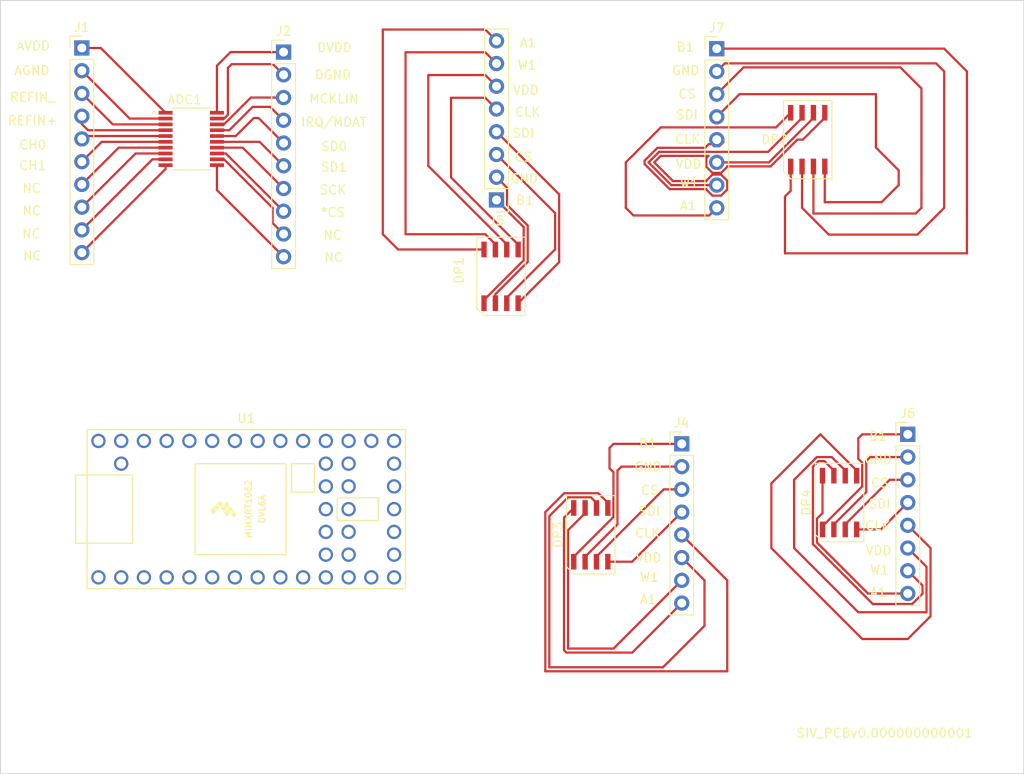
<source format=kicad_pcb>
(kicad_pcb (version 20211014) (generator pcbnew)
  (layers (0 "F.Cu" signal) (31 "B.Cu" signal) (34 "B.Paste" user) (35 "F.Paste" user) (36 "B.SilkS" user "B.Silkscreen") (37 "F.SilkS" user "F.Silkscreen") (38 "B.Mask" user) (39 "F.Mask" user) (44 "Edge.Cuts" user))
  (net 0 "")
  (net 1 "Net-(ADC1-Pad11)")
  (net 2 "Net-(ADC1-Pad12)")
  (net 3 "Net-(ADC1-Pad13)")
  (net 4 "Net-(ADC1-Pad14)")
  (net 5 "Net-(ADC1-Pad15)")
  (net 6 "Net-(ADC1-Pad16)")
  (net 7 "Net-(ADC1-Pad17)")
  (net 8 "Net-(ADC1-Pad18)")
  (net 9 "Net-(ADC1-Pad19)")
  (net 10 "Net-(ADC1-Pad20)")
  (net 11 "Net-(J6-Pad5)")
  (net 56 "Net-(DP1-Pad1)")
  (net 57 "Net-(DP1-Pad2)")
  (net 58 "Net-(DP1-Pad3)")
  (net 59 "Net-(DP1-Pad4)")
  (net 60 "Net-(DP1-Pad5)")
  (net 61 "Net-(DP1-Pad6)")
  (net 62 "Net-(DP1-Pad7)")
  (net 63 "Net-(DP1-Pad8)")
  (net 64 "Net-(DP2-Pad1)")
  (net 65 "Net-(DP2-Pad2)")
  (net 66 "Net-(DP2-Pad3)")
  (net 67 "Net-(DP2-Pad4)")
  (net 68 "Net-(DP2-Pad5)")
  (net 69 "Net-(DP2-Pad6)")
  (net 70 "Net-(DP2-Pad7)")
  (net 71 "Net-(DP2-Pad8)")
  (net 72 "Net-(DP3-Pad1)")
  (net 73 "Net-(DP3-Pad2)")
  (net 74 "Net-(DP3-Pad3)")
  (net 75 "Net-(DP3-Pad4)")
  (net 76 "Net-(DP3-Pad5)")
  (net 77 "Net-(DP3-Pad6)")
  (net 78 "Net-(DP3-Pad7)")
  (net 79 "Net-(DP3-Pad8)")
  (net 80 "Net-(DP4-Pad1)")
  (net 81 "Net-(DP4-Pad2)")
  (net 82 "Net-(DP4-Pad3)")
  (net 83 "Net-(DP4-Pad4)")
  (net 84 "Net-(J1-Pad1)")
  (net 85 "Net-(DP4-Pad6)")
  (net 86 "Net-(DP4-Pad7)")
  (net 87 "Net-(DP4-Pad8)")
  (net 88 "Net-(J1-Pad2)")
  (net 89 "Net-(J1-Pad3)")
  (net 90 "Net-(J1-Pad4)")
  (net 91 "Net-(J1-Pad5)")
  (net 92 "Net-(J1-Pad6)")
  (net 93 "Net-(J1-Pad7)")
  (net 94 "Net-(J1-Pad8)")
  (net 95 "Net-(J1-Pad9)")
  (net 96 "Net-(J1-Pad10)")
  (footprint "teensy:AD8400 DP" (layer "F.Cu") (at 166.37 40.9448)
    (fp_text reference "DP2" (at -3.705 0 180) (layer "F.SilkS"))
    (fp_text value "AD8400_DP")
    (pad "1" smd rect (at -1.905 3) (size 0.6 1.75) (layers "F.Cu" "F.Paste" "F.Mask") (net 64 "Net-(DP2-Pad1)"))
    (pad "2" smd rect (at -0.635 3) (size 0.6 1.75) (layers "F.Cu" "F.Paste" "F.Mask") (net 65 "Net-(DP2-Pad2)"))
    (pad "3" smd rect (at 0.635 3) (size 0.6 1.75) (layers "F.Cu" "F.Paste" "F.Mask") (net 66 "Net-(DP2-Pad3)"))
    (pad "4" smd rect (at 1.905 3) (size 0.6 1.75) (layers "F.Cu" "F.Paste" "F.Mask") (net 67 "Net-(DP2-Pad4)"))
    (pad "5" smd rect (at 1.905 -3) (size 0.6 1.75) (layers "F.Cu" "F.Paste" "F.Mask") (net 68 "Net-(DP2-Pad5)"))
    (pad "6" smd rect (at 0.635 -3) (size 0.6 1.75) (layers "F.Cu" "F.Paste" "F.Mask") (net 69 "Net-(DP2-Pad6)"))
    (pad "7" smd rect (at -0.635 -3) (size 0.6 1.75) (layers "F.Cu" "F.Paste" "F.Mask") (net 70 "Net-(DP2-Pad7)"))
    (pad "8" smd rect (at -1.905 -3) (size 0.6 1.75) (layers "F.Cu" "F.Paste" "F.Mask") (net 71 "Net-(DP2-Pad8)"))
  )
  (footprint "Connector_PinHeader_2.54mm:PinHeader_1x10_P2.54mm_Vertical" (layer "F.Cu") (at 107.823 31.1658)
    (fp_text reference "J2" (at 0 -2.33) (layer "F.SilkS"))
    (fp_text value "Conn_01x10_Female")
    (pad "1" thru_hole rect (at 0 0) (size 1.7 1.7) (drill 1) (layers *.Cu *.Mask) (net 10 "Net-(ADC1-Pad20)"))
    (pad "2" thru_hole oval (at 0 2.54) (size 1.7 1.7) (drill 1) (layers *.Cu *.Mask) (net 9 "Net-(ADC1-Pad19)"))
    (pad "3" thru_hole oval (at 0 5.08) (size 1.7 1.7) (drill 1) (layers *.Cu *.Mask) (net 8 "Net-(ADC1-Pad18)"))
    (pad "4" thru_hole oval (at 0 7.62) (size 1.7 1.7) (drill 1) (layers *.Cu *.Mask) (net 7 "Net-(ADC1-Pad17)"))
    (pad "5" thru_hole oval (at 0 10.16) (size 1.7 1.7) (drill 1) (layers *.Cu *.Mask) (net 6 "Net-(ADC1-Pad16)"))
    (pad "6" thru_hole oval (at 0 12.7) (size 1.7 1.7) (drill 1) (layers *.Cu *.Mask) (net 5 "Net-(ADC1-Pad15)"))
    (pad "7" thru_hole oval (at 0 15.24) (size 1.7 1.7) (drill 1) (layers *.Cu *.Mask) (net 4 "Net-(ADC1-Pad14)"))
    (pad "8" thru_hole oval (at 0 17.78) (size 1.7 1.7) (drill 1) (layers *.Cu *.Mask) (net 3 "Net-(ADC1-Pad13)"))
    (pad "9" thru_hole oval (at 0 20.32) (size 1.7 1.7) (drill 1) (layers *.Cu *.Mask) (net 2 "Net-(ADC1-Pad12)"))
    (pad "10" thru_hole oval (at 0 22.86) (size 1.7 1.7) (drill 1) (layers *.Cu *.Mask) (net 1 "Net-(ADC1-Pad11)"))
  )
  (footprint "Connector_PinHeader_2.54mm:PinHeader_1x08_P2.54mm_Vertical" (layer "F.Cu") (at 131.6078 47.6862 180)
    (fp_text reference "J5" (at 0 -2.33) (layer "F.SilkS"))
    (fp_text value "Conn_01x08_Female")
    (pad "1" thru_hole rect (at 0 0 180) (size 1.7 1.7) (drill 1) (layers *.Cu *.Mask) (net 56 "Net-(DP1-Pad1)"))
    (pad "2" thru_hole oval (at 0 2.54 180) (size 1.7 1.7) (drill 1) (layers *.Cu *.Mask) (net 57 "Net-(DP1-Pad2)"))
    (pad "3" thru_hole oval (at 0 5.08 180) (size 1.7 1.7) (drill 1) (layers *.Cu *.Mask) (net 58 "Net-(DP1-Pad3)"))
    (pad "4" thru_hole oval (at 0 7.62 180) (size 1.7 1.7) (drill 1) (layers *.Cu *.Mask) (net 59 "Net-(DP1-Pad4)"))
    (pad "5" thru_hole oval (at 0 10.16 180) (size 1.7 1.7) (drill 1) (layers *.Cu *.Mask) (net 60 "Net-(DP1-Pad5)"))
    (pad "6" thru_hole oval (at 0 12.7 180) (size 1.7 1.7) (drill 1) (layers *.Cu *.Mask) (net 61 "Net-(DP1-Pad6)"))
    (pad "7" thru_hole oval (at 0 15.24 180) (size 1.7 1.7) (drill 1) (layers *.Cu *.Mask) (net 62 "Net-(DP1-Pad7)"))
    (pad "8" thru_hole oval (at 0 17.78 180) (size 1.7 1.7) (drill 1) (layers *.Cu *.Mask) (net 63 "Net-(DP1-Pad8)"))
  )
  (footprint "teensy:AD8400 DP" (layer "F.Cu") (at 132.1158 56.2152)
    (fp_text reference "DP1" (at -4.699 -0.635 90) (layer "F.SilkS"))
    (fp_text value "AD8400_DP")
    (pad "1" smd rect (at -1.905 3) (size 0.6 1.75) (layers "F.Cu" "F.Paste" "F.Mask") (net 56 "Net-(DP1-Pad1)"))
    (pad "2" smd rect (at -0.635 3) (size 0.6 1.75) (layers "F.Cu" "F.Paste" "F.Mask") (net 57 "Net-(DP1-Pad2)"))
    (pad "3" smd rect (at 0.635 3) (size 0.6 1.75) (layers "F.Cu" "F.Paste" "F.Mask") (net 58 "Net-(DP1-Pad3)"))
    (pad "4" smd rect (at 1.905 3) (size 0.6 1.75) (layers "F.Cu" "F.Paste" "F.Mask") (net 59 "Net-(DP1-Pad4)"))
    (pad "5" smd rect (at 1.905 -3) (size 0.6 1.75) (layers "F.Cu" "F.Paste" "F.Mask") (net 60 "Net-(DP1-Pad5)"))
    (pad "6" smd rect (at 0.635 -3) (size 0.6 1.75) (layers "F.Cu" "F.Paste" "F.Mask") (net 61 "Net-(DP1-Pad6)"))
    (pad "7" smd rect (at -0.635 -3) (size 0.6 1.75) (layers "F.Cu" "F.Paste" "F.Mask") (net 62 "Net-(DP1-Pad7)"))
    (pad "8" smd rect (at -1.905 -3) (size 0.6 1.75) (layers "F.Cu" "F.Paste" "F.Mask") (net 63 "Net-(DP1-Pad8)"))
  )
  (footprint "Connector_PinHeader_2.54mm:PinHeader_1x10_P2.54mm_Vertical" (layer "F.Cu") (at 85.2932 30.7086)
    (fp_text reference "J1" (at 0 -2.33) (layer "F.SilkS"))
    (fp_text value "Conn_01x10_Female")
    (pad "1" thru_hole rect (at 0 0) (size 1.7 1.7) (drill 1) (layers *.Cu *.Mask) (net 84 "Net-(J1-Pad1)"))
    (pad "2" thru_hole oval (at 0 2.54) (size 1.7 1.7) (drill 1) (layers *.Cu *.Mask) (net 88 "Net-(J1-Pad2)"))
    (pad "3" thru_hole oval (at 0 5.08) (size 1.7 1.7) (drill 1) (layers *.Cu *.Mask) (net 89 "Net-(J1-Pad3)"))
    (pad "4" thru_hole oval (at 0 7.62) (size 1.7 1.7) (drill 1) (layers *.Cu *.Mask) (net 90 "Net-(J1-Pad4)"))
    (pad "5" thru_hole oval (at 0 10.16) (size 1.7 1.7) (drill 1) (layers *.Cu *.Mask) (net 91 "Net-(J1-Pad5)"))
    (pad "6" thru_hole oval (at 0 12.7) (size 1.7 1.7) (drill 1) (layers *.Cu *.Mask) (net 92 "Net-(J1-Pad6)"))
    (pad "7" thru_hole oval (at 0 15.24) (size 1.7 1.7) (drill 1) (layers *.Cu *.Mask) (net 93 "Net-(J1-Pad7)"))
    (pad "8" thru_hole oval (at 0 17.78) (size 1.7 1.7) (drill 1) (layers *.Cu *.Mask) (net 94 "Net-(J1-Pad8)"))
    (pad "9" thru_hole oval (at 0 20.32) (size 1.7 1.7) (drill 1) (layers *.Cu *.Mask) (net 95 "Net-(J1-Pad9)"))
    (pad "10" thru_hole oval (at 0 22.86) (size 1.7 1.7) (drill 1) (layers *.Cu *.Mask) (net 96 "Net-(J1-Pad10)"))
  )
  (footprint "Connector_PinHeader_2.54mm:PinHeader_1x08_P2.54mm_Vertical" (layer "F.Cu") (at 156.21 30.7848)
    (fp_text reference "J7" (at 0 -2.33) (layer "F.SilkS"))
    (fp_text value "Conn_01x08_Female")
    (pad "1" thru_hole rect (at 0 0) (size 1.7 1.7) (drill 1) (layers *.Cu *.Mask) (net 64 "Net-(DP2-Pad1)"))
    (pad "2" thru_hole oval (at 0 2.54) (size 1.7 1.7) (drill 1) (layers *.Cu *.Mask) (net 65 "Net-(DP2-Pad2)"))
    (pad "3" thru_hole oval (at 0 5.08) (size 1.7 1.7) (drill 1) (layers *.Cu *.Mask) (net 66 "Net-(DP2-Pad3)"))
    (pad "4" thru_hole oval (at 0 7.62) (size 1.7 1.7) (drill 1) (layers *.Cu *.Mask) (net 67 "Net-(DP2-Pad4)"))
    (pad "5" thru_hole oval (at 0 10.16) (size 1.7 1.7) (drill 1) (layers *.Cu *.Mask) (net 68 "Net-(DP2-Pad5)"))
    (pad "6" thru_hole oval (at 0 12.7) (size 1.7 1.7) (drill 1) (layers *.Cu *.Mask) (net 69 "Net-(DP2-Pad6)"))
    (pad "7" thru_hole oval (at 0 15.24) (size 1.7 1.7) (drill 1) (layers *.Cu *.Mask) (net 70 "Net-(DP2-Pad7)"))
    (pad "8" thru_hole oval (at 0 17.78) (size 1.7 1.7) (drill 1) (layers *.Cu *.Mask) (net 71 "Net-(DP2-Pad8)"))
  )
  (footprint "Connector_PinHeader_2.54mm:PinHeader_1x08_P2.54mm_Vertical" (layer "F.Cu") (at 177.546 73.8632)
    (fp_text reference "J6" (at 0 -2.33) (layer "F.SilkS"))
    (fp_text value "Conn_01x08_Female")
    (pad "1" thru_hole rect (at 0 0) (size 1.7 1.7) (drill 1) (layers *.Cu *.Mask) (net 80 "Net-(DP4-Pad1)"))
    (pad "2" thru_hole oval (at 0 2.54) (size 1.7 1.7) (drill 1) (layers *.Cu *.Mask) (net 81 "Net-(DP4-Pad2)"))
    (pad "3" thru_hole oval (at 0 5.08) (size 1.7 1.7) (drill 1) (layers *.Cu *.Mask) (net 82 "Net-(DP4-Pad3)"))
    (pad "4" thru_hole oval (at 0 7.62) (size 1.7 1.7) (drill 1) (layers *.Cu *.Mask) (net 83 "Net-(DP4-Pad4)"))
    (pad "5" thru_hole oval (at 0 10.16) (size 1.7 1.7) (drill 1) (layers *.Cu *.Mask) (net 11 "Net-(J6-Pad5)"))
    (pad "6" thru_hole oval (at 0 12.7) (size 1.7 1.7) (drill 1) (layers *.Cu *.Mask) (net 85 "Net-(DP4-Pad6)"))
    (pad "7" thru_hole oval (at 0 15.24) (size 1.7 1.7) (drill 1) (layers *.Cu *.Mask) (net 86 "Net-(DP4-Pad7)"))
    (pad "8" thru_hole oval (at 0 17.78) (size 1.7 1.7) (drill 1) (layers *.Cu *.Mask) (net 87 "Net-(DP4-Pad8)"))
  )
  (footprint "teensy:ADC_MCP3461" (layer "F.Cu") (at 97.512 40.8686)
    (fp_text reference "ADC1" (at -0.73 -4.385) (layer "F.SilkS"))
    (fp_text value "ADC_3461")
    (pad "1" smd roundrect (at -2.87 -2.925) (size 1.57 0.41) (layers "F.Cu" "F.Paste" "F.Mask") (roundrect_rratio 0.05) (net 84 "Net-(J1-Pad1)"))
    (pad "2" smd roundrect (at -2.87 -2.275) (size 1.57 0.41) (layers "F.Cu" "F.Paste" "F.Mask") (roundrect_rratio 0.05) (net 88 "Net-(J1-Pad2)"))
    (pad "3" smd roundrect (at -2.87 -1.625) (size 1.57 0.41) (layers "F.Cu" "F.Paste" "F.Mask") (roundrect_rratio 0.05) (net 89 "Net-(J1-Pad3)"))
    (pad "4" smd roundrect (at -2.87 -0.975) (size 1.57 0.41) (layers "F.Cu" "F.Paste" "F.Mask") (roundrect_rratio 0.05) (net 90 "Net-(J1-Pad4)"))
    (pad "5" smd roundrect (at -2.87 -0.325) (size 1.57 0.41) (layers "F.Cu" "F.Paste" "F.Mask") (roundrect_rratio 0.05) (net 91 "Net-(J1-Pad5)"))
    (pad "6" smd roundrect (at -2.87 0.325) (size 1.57 0.41) (layers "F.Cu" "F.Paste" "F.Mask") (roundrect_rratio 0.05) (net 92 "Net-(J1-Pad6)"))
    (pad "7" smd roundrect (at -2.87 0.975) (size 1.57 0.41) (layers "F.Cu" "F.Paste" "F.Mask") (roundrect_rratio 0.05) (net 93 "Net-(J1-Pad7)"))
    (pad "8" smd roundrect (at -2.87 1.625) (size 1.57 0.41) (layers "F.Cu" "F.Paste" "F.Mask") (roundrect_rratio 0.05) (net 94 "Net-(J1-Pad8)"))
    (pad "9" smd roundrect (at -2.87 2.275) (size 1.57 0.41) (layers "F.Cu" "F.Paste" "F.Mask") (roundrect_rratio 0.05) (net 95 "Net-(J1-Pad9)"))
    (pad "10" smd roundrect (at -2.87 2.925) (size 1.57 0.41) (layers "F.Cu" "F.Paste" "F.Mask") (roundrect_rratio 0.05) (net 96 "Net-(J1-Pad10)"))
    (pad "11" smd roundrect (at 2.87 2.925) (size 1.57 0.41) (layers "F.Cu" "F.Paste" "F.Mask") (roundrect_rratio 0.05) (net 1 "Net-(ADC1-Pad11)"))
    (pad "12" smd roundrect (at 2.87 2.275) (size 1.57 0.41) (layers "F.Cu" "F.Paste" "F.Mask") (roundrect_rratio 0.05) (net 2 "Net-(ADC1-Pad12)"))
    (pad "13" smd roundrect (at 2.87 1.625) (size 1.57 0.41) (layers "F.Cu" "F.Paste" "F.Mask") (roundrect_rratio 0.05) (net 3 "Net-(ADC1-Pad13)"))
    (pad "14" smd roundrect (at 2.87 0.975) (size 1.57 0.41) (layers "F.Cu" "F.Paste" "F.Mask") (roundrect_rratio 0.05) (net 4 "Net-(ADC1-Pad14)"))
    (pad "15" smd roundrect (at 2.87 0.325) (size 1.57 0.41) (layers "F.Cu" "F.Paste" "F.Mask") (roundrect_rratio 0.05) (net 5 "Net-(ADC1-Pad15)"))
    (pad "16" smd roundrect (at 2.87 -0.325) (size 1.57 0.41) (layers "F.Cu" "F.Paste" "F.Mask") (roundrect_rratio 0.05) (net 6 "Net-(ADC1-Pad16)"))
    (pad "17" smd roundrect (at 2.87 -0.975) (size 1.57 0.41) (layers "F.Cu" "F.Paste" "F.Mask") (roundrect_rratio 0.05) (net 7 "Net-(ADC1-Pad17)"))
    (pad "18" smd roundrect (at 2.87 -1.625) (size 1.57 0.41) (layers "F.Cu" "F.Paste" "F.Mask") (roundrect_rratio 0.05) (net 8 "Net-(ADC1-Pad18)"))
    (pad "19" smd roundrect (at 2.87 -2.275) (size 1.57 0.41) (layers "F.Cu" "F.Paste" "F.Mask") (roundrect_rratio 0.05) (net 9 "Net-(ADC1-Pad19)"))
    (pad "20" smd roundrect (at 2.87 -2.925) (size 1.57 0.41) (layers "F.Cu" "F.Paste" "F.Mask") (roundrect_rratio 0.05) (net 10 "Net-(ADC1-Pad20)"))
  )
  (footprint "teensy:AD8400 DP" (layer "F.Cu") (at 169.926 81.4832)
    (fp_text reference "DP4" (at -3.705 0 90) (layer "F.SilkS"))
    (fp_text value "AD8400_DP")
    (pad "1" smd rect (at -1.905 3) (size 0.6 1.75) (layers "F.Cu" "F.Paste" "F.Mask") (net 80 "Net-(DP4-Pad1)"))
    (pad "2" smd rect (at -0.635 3) (size 0.6 1.75) (layers "F.Cu" "F.Paste" "F.Mask") (net 81 "Net-(DP4-Pad2)"))
    (pad "3" smd rect (at 0.635 3) (size 0.6 1.75) (layers "F.Cu" "F.Paste" "F.Mask") (net 82 "Net-(DP4-Pad3)"))
    (pad "4" smd rect (at 1.905 3) (size 0.6 1.75) (layers "F.Cu" "F.Paste" "F.Mask") (net 83 "Net-(DP4-Pad4)"))
    (pad "5" smd rect (at 1.905 -3) (size 0.6 1.75) (layers "F.Cu" "F.Paste" "F.Mask") (net 11 "Net-(J6-Pad5)"))
    (pad "6" smd rect (at 0.635 -3) (size 0.6 1.75) (layers "F.Cu" "F.Paste" "F.Mask") (net 85 "Net-(DP4-Pad6)"))
    (pad "7" smd rect (at -0.635 -3) (size 0.6 1.75) (layers "F.Cu" "F.Paste" "F.Mask") (net 86 "Net-(DP4-Pad7)"))
    (pad "8" smd rect (at -1.905 -3) (size 0.6 1.75) (layers "F.Cu" "F.Paste" "F.Mask") (net 87 "Net-(DP4-Pad8)"))
  )
  (footprint "teensy:AD8400 DP" (layer "F.Cu") (at 142.1384 85.09)
    (fp_text reference "DP3" (at -3.705 0 90) (layer "F.SilkS"))
    (fp_text value "AD8400_DP")
    (pad "1" smd rect (at -1.905 3) (size 0.6 1.75) (layers "F.Cu" "F.Paste" "F.Mask") (net 72 "Net-(DP3-Pad1)"))
    (pad "2" smd rect (at -0.635 3) (size 0.6 1.75) (layers "F.Cu" "F.Paste" "F.Mask") (net 73 "Net-(DP3-Pad2)"))
    (pad "3" smd rect (at 0.635 3) (size 0.6 1.75) (layers "F.Cu" "F.Paste" "F.Mask") (net 74 "Net-(DP3-Pad3)"))
    (pad "4" smd rect (at 1.905 3) (size 0.6 1.75) (layers "F.Cu" "F.Paste" "F.Mask") (net 75 "Net-(DP3-Pad4)"))
    (pad "5" smd rect (at 1.905 -3) (size 0.6 1.75) (layers "F.Cu" "F.Paste" "F.Mask") (net 76 "Net-(DP3-Pad5)"))
    (pad "6" smd rect (at 0.635 -3) (size 0.6 1.75) (layers "F.Cu" "F.Paste" "F.Mask") (net 77 "Net-(DP3-Pad6)"))
    (pad "7" smd rect (at -0.635 -3) (size 0.6 1.75) (layers "F.Cu" "F.Paste" "F.Mask") (net 78 "Net-(DP3-Pad7)"))
    (pad "8" smd rect (at -1.905 -3) (size 0.6 1.75) (layers "F.Cu" "F.Paste" "F.Mask") (net 79 "Net-(DP3-Pad8)"))
  )
  (footprint "Connector_PinHeader_2.54mm:PinHeader_1x08_P2.54mm_Vertical" (layer "F.Cu") (at 152.2984 74.93)
    (fp_text reference "J4" (at 0 -2.33) (layer "F.SilkS"))
    (fp_text value "Conn_01x08_Female")
    (pad "1" thru_hole rect (at 0 0) (size 1.7 1.7) (drill 1) (layers *.Cu *.Mask) (net 72 "Net-(DP3-Pad1)"))
    (pad "2" thru_hole oval (at 0 2.54) (size 1.7 1.7) (drill 1) (layers *.Cu *.Mask) (net 73 "Net-(DP3-Pad2)"))
    (pad "3" thru_hole oval (at 0 5.08) (size 1.7 1.7) (drill 1) (layers *.Cu *.Mask) (net 74 "Net-(DP3-Pad3)"))
    (pad "4" thru_hole oval (at 0 7.62) (size 1.7 1.7) (drill 1) (layers *.Cu *.Mask) (net 75 "Net-(DP3-Pad4)"))
    (pad "5" thru_hole oval (at 0 10.16) (size 1.7 1.7) (drill 1) (layers *.Cu *.Mask) (net 76 "Net-(DP3-Pad5)"))
    (pad "6" thru_hole oval (at 0 12.7) (size 1.7 1.7) (drill 1) (layers *.Cu *.Mask) (net 77 "Net-(DP3-Pad6)"))
    (pad "7" thru_hole oval (at 0 15.24) (size 1.7 1.7) (drill 1) (layers *.Cu *.Mask) (net 78 "Net-(DP3-Pad7)"))
    (pad "8" thru_hole oval (at 0 17.78) (size 1.7 1.7) (drill 1) (layers *.Cu *.Mask) (net 79 "Net-(DP3-Pad8)"))
  )
  (footprint "teensy:Teensy4_0" (layer "F.Cu") (at 103.6574 82.2198)
    (fp_text reference "U1" (at 0 -10.16) (layer "F.SilkS"))
    (fp_text value "Teensy4.0")
    (fp_text user "DVL6A" (at 1.778 0 90) (layer "F.SilkS") (effects (font (size 0.7 0.7))))
    (fp_text user "MIMXRT1062" (at 0.254 0 90) (layer "F.SilkS") (effects (font (size 0.7 0.7))))
    (pad "1" thru_hole circle (at -16.51 7.62) (size 1.6 1.6) (drill 1.1) (layers *.Cu *.Mask))
    (pad "2" thru_hole circle (at -13.97 7.62) (size 1.6 1.6) (drill 1.1) (layers *.Cu *.Mask))
    (pad "3" thru_hole circle (at -11.43 7.62) (size 1.6 1.6) (drill 1.1) (layers *.Cu *.Mask))
    (pad "4" thru_hole circle (at -8.89 7.62) (size 1.6 1.6) (drill 1.1) (layers *.Cu *.Mask))
    (pad "5" thru_hole circle (at -6.35 7.62) (size 1.6 1.6) (drill 1.1) (layers *.Cu *.Mask))
    (pad "6" thru_hole circle (at -3.81 7.62) (size 1.6 1.6) (drill 1.1) (layers *.Cu *.Mask))
    (pad "7" thru_hole circle (at -1.27 7.62) (size 1.6 1.6) (drill 1.1) (layers *.Cu *.Mask))
    (pad "8" thru_hole circle (at 1.27 7.62) (size 1.6 1.6) (drill 1.1) (layers *.Cu *.Mask))
    (pad "9" thru_hole circle (at 3.81 7.62) (size 1.6 1.6) (drill 1.1) (layers *.Cu *.Mask))
    (pad "10" thru_hole circle (at 6.35 7.62) (size 1.6 1.6) (drill 1.1) (layers *.Cu *.Mask))
    (pad "11" thru_hole circle (at 8.89 7.62) (size 1.6 1.6) (drill 1.1) (layers *.Cu *.Mask))
    (pad "12" thru_hole circle (at 11.43 7.62) (size 1.6 1.6) (drill 1.1) (layers *.Cu *.Mask))
    (pad "13" thru_hole circle (at 13.97 7.62) (size 1.6 1.6) (drill 1.1) (layers *.Cu *.Mask))
    (pad "14" thru_hole circle (at 16.51 7.62) (size 1.6 1.6) (drill 1.1) (layers *.Cu *.Mask))
    (pad "15" thru_hole circle (at 16.51 5.08) (size 1.6 1.6) (drill 1.1) (layers *.Cu *.Mask))
    (pad "16" thru_hole circle (at 16.51 2.54) (size 1.6 1.6) (drill 1.1) (layers *.Cu *.Mask))
    (pad "17" thru_hole circle (at 16.51 0) (size 1.6 1.6) (drill 1.1) (layers *.Cu *.Mask))
    (pad "18" thru_hole circle (at 16.51 -2.54) (size 1.6 1.6) (drill 1.1) (layers *.Cu *.Mask))
    (pad "19" thru_hole circle (at 16.51 -5.08) (size 1.6 1.6) (drill 1.1) (layers *.Cu *.Mask))
    (pad "20" thru_hole circle (at 16.51 -7.62) (size 1.6 1.6) (drill 1.1) (layers *.Cu *.Mask))
    (pad "21" thru_hole circle (at 13.97 -7.62) (size 1.6 1.6) (drill 1.1) (layers *.Cu *.Mask))
    (pad "22" thru_hole circle (at 11.43 -7.62) (size 1.6 1.6) (drill 1.1) (layers *.Cu *.Mask))
    (pad "23" thru_hole circle (at 8.89 -7.62) (size 1.6 1.6) (drill 1.1) (layers *.Cu *.Mask))
    (pad "24" thru_hole circle (at 6.35 -7.62) (size 1.6 1.6) (drill 1.1) (layers *.Cu *.Mask))
    (pad "25" thru_hole circle (at 3.81 -7.62) (size 1.6 1.6) (drill 1.1) (layers *.Cu *.Mask))
    (pad "26" thru_hole circle (at 1.27 -7.62) (size 1.6 1.6) (drill 1.1) (layers *.Cu *.Mask))
    (pad "27" thru_hole circle (at -1.27 -7.62) (size 1.6 1.6) (drill 1.1) (layers *.Cu *.Mask))
    (pad "28" thru_hole circle (at -3.81 -7.62) (size 1.6 1.6) (drill 1.1) (layers *.Cu *.Mask))
    (pad "29" thru_hole circle (at -6.35 -7.62) (size 1.6 1.6) (drill 1.1) (layers *.Cu *.Mask))
    (pad "30" thru_hole circle (at -8.89 -7.62) (size 1.6 1.6) (drill 1.1) (layers *.Cu *.Mask))
    (pad "31" thru_hole circle (at -11.43 -7.62) (size 1.6 1.6) (drill 1.1) (layers *.Cu *.Mask))
    (pad "32" thru_hole circle (at -13.97 -7.62) (size 1.6 1.6) (drill 1.1) (layers *.Cu *.Mask))
    (pad "33" thru_hole circle (at -16.51 -7.62) (size 1.6 1.6) (drill 1.1) (layers *.Cu *.Mask))
    (pad "34" thru_hole circle (at -13.97 -5.08) (size 1.6 1.6) (drill 1.1) (layers *.Cu *.Mask))
    (pad "35" thru_hole circle (at 11.43 -5.08) (size 1.6 1.6) (drill 1.1) (layers *.Cu *.Mask))
    (pad "36" thru_hole circle (at 8.89 -5.08) (size 1.6 1.6) (drill 1.1) (layers *.Cu *.Mask))
    (pad "37" thru_hole circle (at 11.43 -2.54) (size 1.6 1.6) (drill 1.1) (layers *.Cu *.Mask))
    (pad "38" thru_hole circle (at 8.89 -2.54) (size 1.6 1.6) (drill 1.1) (layers *.Cu *.Mask))
    (pad "39" thru_hole circle (at 11.43 0) (size 1.6 1.6) (drill 1.1) (layers *.Cu *.Mask))
    (pad "40" thru_hole circle (at 8.89 0) (size 1.6 1.6) (drill 1.1) (layers *.Cu *.Mask))
    (pad "41" thru_hole circle (at 11.43 2.54) (size 1.6 1.6) (drill 1.1) (layers *.Cu *.Mask))
    (pad "42" thru_hole circle (at 8.89 2.54) (size 1.6 1.6) (drill 1.1) (layers *.Cu *.Mask))
    (pad "43" thru_hole circle (at 11.43 5.08) (size 1.6 1.6) (drill 1.1) (layers *.Cu *.Mask))
    (pad "44" thru_hole circle (at 8.89 5.08) (size 1.6 1.6) (drill 1.1) (layers *.Cu *.Mask))
  )
  (gr_line (start 76.2 111.76) (end 190.5 111.76) (layer "Edge.Cuts") (width 0.1))
  (gr_line (start 190.5 25.4) (end 76.2 25.4) (layer "Edge.Cuts") (width 0.1))
  (gr_line (start 76.2 27.94) (end 76.2 111.76) (layer "Edge.Cuts") (width 0.1))
  (gr_line (start 190.5 111.76) (end 190.5 25.4) (layer "Edge.Cuts") (width 0.1))
  (gr_line (start 76.2 25.4) (end 76.2 27.94) (layer "Edge.Cuts") (width 0.1))
  (gr_text "CS" (at 148.717 80.1116) (layer "F.SilkS") (effects (font (size 1 1))))
  (gr_text "NC\n" (at 79.756 53.9242) (layer "F.SilkS") (effects (font (size 1 1))))
  (gr_text "NC" (at 79.6798 46.3804) (layer "F.SilkS") (effects (font (size 1 1))))
  (gr_text "CH1" (at 79.8068 43.8404) (layer "F.SilkS") (effects (font (size 1 1))))
  (gr_text "SDI" (at 148.6916 82.4484) (layer "F.SilkS") (effects (font (size 1 1))))
  (gr_text "SIV_PCBv0.000000000001" (at 174.9552 107.2388) (layer "F.SilkS") (effects (font (size 1 1))))
  (gr_text "SD1" (at 113.4618 44.0182) (layer "F.SilkS") (effects (font (size 1 1))))
  (gr_text "VDD" (at 134.8844 35.4076) (layer "F.SilkS") (effects (font (size 1 1))))
  (gr_text "NC\n" (at 113.411 54.102) (layer "F.SilkS") (effects (font (size 1 1))))
  (gr_text "CLK" (at 152.9588 40.894) (layer "F.SilkS") (effects (font (size 1 1))))
  (gr_text "DVDD\n" (at 113.5126 30.6578) (layer "F.SilkS") (effects (font (size 1 1))))
  (gr_text "A1" (at 148.5392 92.3036) (layer "F.SilkS") (effects (font (size 1 1))))
  (gr_text "DGND" (at 113.3348 33.7058) (layer "F.SilkS") (effects (font (size 1 1))))
  (gr_text "A1" (at 174.244 91.4908) (layer "F.SilkS") (effects (font (size 1 1))))
  (gr_text "AGND\n\n" (at 79.7052 34.036) (layer "F.SilkS") (effects (font (size 1 1))))
  (gr_text "NC" (at 79.6798 48.895) (layer "F.SilkS") (effects (font (size 1 1))))
  (gr_text "B1\n" (at 152.7048 30.607) (layer "F.SilkS") (effects (font (size 1 1))))
  (gr_text "B1\n" (at 134.7828 47.7012) (layer "F.SilkS") (effects (font (size 1 1))))
  (gr_text "GND\n" (at 174.244 76.6826) (layer "F.SilkS") (effects (font (size 1 1))))
  (gr_text "NC" (at 79.6544 51.435) (layer "F.SilkS") (effects (font (size 1 1))))
  (gr_text "NC" (at 113.3094 51.6128) (layer "F.SilkS") (effects (font (size 1 1))))
  (gr_text "A1\n" (at 135.113 30.099) (layer "F.SilkS") (effects (font (size 1 1))))
  (gr_text "CLK" (at 174.1932 84.074) (layer "F.SilkS") (effects (font (size 1 1))))
  (gr_text "REFIN+" (at 79.7814 38.8112) (layer "F.SilkS") (effects (font (size 1 1))))
  (gr_text "B1\n" (at 174.2186 74.0664) (layer "F.SilkS") (effects (font (size 1 1))))
  (gr_text "SCK" (at 113.3348 46.5582) (layer "F.SilkS") (effects (font (size 1 1))))
  (gr_text "CLK" (at 135.0876 37.8714) (layer "F.SilkS") (effects (font (size 1 1))))
  (gr_text "W1" (at 148.6662 89.8144) (layer "F.SilkS") (effects (font (size 1 1))))
  (gr_text "CS" (at 174.4218 79.2988) (layer "F.SilkS") (effects (font (size 1 1))))
  (gr_text "SDI" (at 152.8826 38.1762) (layer "F.SilkS") (effects (font (size 1 1))))
  (gr_text "SD0" (at 113.4618 41.7068) (layer "F.SilkS") (effects (font (size 1 1))))
  (gr_text "CLK" (at 148.4884 84.8868) (layer "F.SilkS") (effects (font (size 1 1))))
  (gr_text "GND\n" (at 148.5392 77.4954) (layer "F.SilkS") (effects (font (size 1 1))))
  (gr_text "IRQ/MDAT" (at 113.4364 38.989) (layer "F.SilkS") (effects (font (size 1 1))))
  (gr_text "SDI" (at 174.3964 81.6356) (layer "F.SilkS") (effects (font (size 1 1))))
  (gr_text "CH0" (at 79.8068 41.529) (layer "F.SilkS") (effects (font (size 1 1))))
  (gr_text "SDI\n" (at 134.605 40.2336) (layer "F.SilkS") (effects (font (size 1 1))))
  (gr_text "*CS\n" (at 113.3348 49.0728) (layer "F.SilkS") (effects (font (size 1 1))))
  (gr_text "W1" (at 174.371 89.0016) (layer "F.SilkS") (effects (font (size 1 1))))
  (gr_text "VDD" (at 153.0604 43.6626) (layer "F.SilkS") (effects (font (size 1 1))))
  (gr_text "CS" (at 152.908 35.8394) (layer "F.SilkS") (effects (font (size 1 1))))
  (gr_text "MCKLIN" (at 113.4364 36.3728) (layer "F.SilkS") (effects (font (size 1 1))))
  (gr_text "VDD" (at 174.2948 86.8426) (layer "F.SilkS") (effects (font (size 1 1))))
  (gr_text "GND\n" (at 152.7302 33.2232) (layer "F.SilkS") (effects (font (size 1 1))))
  (gr_text "W1" (at 153.1366 45.8216) (layer "F.SilkS") (effects (font (size 1 1))))
  (gr_text "A1" (at 153.0096 48.3108) (layer "F.SilkS") (effects (font (size 1 1))))
  (gr_text "CS" (at 134.6304 42.9006) (layer "F.SilkS") (effects (font (size 1 1))))
  (gr_text "VDD" (at 148.59 87.6554) (layer "F.SilkS") (effects (font (size 1 1))))
  (gr_text "GND\n" (at 134.7066 45.3136) (layer "F.SilkS") (effects (font (size 1 1))))
  (gr_text "AVDD\n" (at 79.8576 30.48) (layer "F.SilkS") (effects (font (size 1 1))))
  (gr_text "B1\n" (at 148.5138 74.8792) (layer "F.SilkS") (effects (font (size 1 1))))
  (gr_text "W1" (at 135.0114 32.6136) (layer "F.SilkS") (effects (font (size 1 1))))
  (gr_text "REFIN_" (at 79.7814 36.195) (layer "F.SilkS") (effects (font (size 1 1))))
  (segment (start 100.382 43.7936) (end 100.382 46.5848) (width 0.25) (layer "F.Cu") (net 1))
  (segment (start 100.382 46.5848) (end 107.823 54.0258) (width 0.25) (layer "F.Cu") (net 1))
  (segment (start 100.382 43.1436) (end 101.168931 43.1436) (width 0.25) (layer "F.Cu") (net 2))
  (segment (start 106.6038 48.578469) (end 106.6038 50.2666) (width 0.25) (layer "F.Cu") (net 2))
  (segment (start 106.6038 50.2666) (end 107.823 51.4858) (width 0.25) (layer "F.Cu") (net 2))
  (segment (start 101.168931 43.1436) (end 106.6038 48.578469) (width 0.25) (layer "F.Cu") (net 2))
  (segment (start 101.3708 42.4936) (end 107.823 48.9458) (width 0.25) (layer "F.Cu") (net 3))
  (segment (start 100.382 42.4936) (end 101.3708 42.4936) (width 0.25) (layer "F.Cu") (net 3))
  (segment (start 103.2608 41.8436) (end 107.823 46.4058) (width 0.25) (layer "F.Cu") (net 4))
  (segment (start 100.382 41.8436) (end 103.2608 41.8436) (width 0.25) (layer "F.Cu") (net 4))
  (segment (start 105.1508 41.1936) (end 107.823 43.8658) (width 0.25) (layer "F.Cu") (net 5))
  (segment (start 100.382 41.1936) (end 105.1508 41.1936) (width 0.25) (layer "F.Cu") (net 5))
  (segment (start 104.4956 38.5318) (end 105.029 38.5318) (width 0.25) (layer "F.Cu") (net 6))
  (segment (start 102.4838 40.5436) (end 104.4956 38.5318) (width 0.25) (layer "F.Cu") (net 6))
  (segment (start 100.382 40.5436) (end 102.4838 40.5436) (width 0.25) (layer "F.Cu") (net 6))
  (segment (start 105.029 38.5318) (end 107.823 41.3258) (width 0.25) (layer "F.Cu") (net 6))
  (segment (start 106.3244 37.2872) (end 107.823 38.7858) (width 0.25) (layer "F.Cu") (net 7))
  (segment (start 101.7622 39.8936) (end 104.3686 37.2872) (width 0.25) (layer "F.Cu") (net 7))
  (segment (start 104.3686 37.2872) (end 106.3244 37.2872) (width 0.25) (layer "F.Cu") (net 7))
  (segment (start 100.382 39.8936) (end 101.7622 39.8936) (width 0.25) (layer "F.Cu") (net 7))
  (segment (start 100.382 39.2436) (end 101.168931 39.2436) (width 0.25) (layer "F.Cu") (net 8))
  (segment (start 104.166731 36.2458) (end 107.823 36.2458) (width 0.25) (layer "F.Cu") (net 8))
  (segment (start 101.168931 39.2436) (end 104.166731 36.2458) (width 0.25) (layer "F.Cu") (net 8))
  (segment (start 102.023407 32.519689) (end 106.636889 32.519689) (width 0.25) (layer "F.Cu") (net 9))
  (segment (start 101.607689 38.169138) (end 101.607689 32.935407) (width 0.25) (layer "F.Cu") (net 9))
  (segment (start 101.183227 38.5936) (end 101.607689 38.169138) (width 0.25) (layer "F.Cu") (net 9))
  (segment (start 100.382 38.5936) (end 101.183227 38.5936) (width 0.25) (layer "F.Cu") (net 9))
  (segment (start 101.607689 32.935407) (end 102.023407 32.519689) (width 0.25) (layer "F.Cu") (net 9))
  (segment (start 106.636889 32.519689) (end 107.823 33.7058) (width 0.25) (layer "F.Cu") (net 9))
  (segment (start 100.382 32.6886) (end 101.9048 31.1658) (width 0.25) (layer "F.Cu") (net 10))
  (segment (start 101.9048 31.1658) (end 107.823 31.1658) (width 0.25) (layer "F.Cu") (net 10))
  (segment (start 100.382 37.9436) (end 100.382 32.6886) (width 0.25) (layer "F.Cu") (net 10))
  (segment (start 177.546 96.7232) (end 180.086 94.1832) (width 0.25) (layer "F.Cu") (net 11))
  (segment (start 162.306 79.3432) (end 162.306 86.5632) (width 0.25) (layer "F.Cu") (net 11))
  (segment (start 180.086 86.5632) (end 177.546 84.0232) (width 0.25) (layer "F.Cu") (net 11))
  (segment (start 167.786 73.8632) (end 162.306 79.3432) (width 0.25) (layer "F.Cu") (net 11))
  (segment (start 180.086 94.1832) (end 180.086 86.5632) (width 0.25) (layer "F.Cu") (net 11))
  (segment (start 171.831 77.9082) (end 167.786 73.8632) (width 0.25) (layer "F.Cu") (net 11))
  (segment (start 162.306 86.5632) (end 172.466 96.7232) (width 0.25) (layer "F.Cu") (net 11))
  (segment (start 172.466 96.7232) (end 177.546 96.7232) (width 0.25) (layer "F.Cu") (net 11))
  (segment (start 171.831 78.4832) (end 171.831 77.9082) (width 0.25) (layer "F.Cu") (net 11))
  (segment (start 134.645311 54.414711) (end 134.645311 50.723711) (width 0.25) (layer "F.Cu") (net 56))
  (segment (start 130.2108 59.2152) (end 130.2108 58.661178) (width 0.25) (layer "F.Cu") (net 56))
  (segment (start 130.2108 59.2152) (end 130.2108 58.849222) (width 0.25) (layer "F.Cu") (net 56))
  (segment (start 134.645311 50.723711) (end 131.6078 47.6862) (width 0.25) (layer "F.Cu") (net 56))
  (segment (start 130.2108 58.849222) (end 134.645311 54.414711) (width 0.25) (layer "F.Cu") (net 56))
  (segment (start 131.4808 58.21494) (end 135.094831 54.600908) (width 0.25) (layer "F.Cu") (net 57))
  (segment (start 135.094831 50.537513) (end 132.782311 48.224993) (width 0.25) (layer "F.Cu") (net 57))
  (segment (start 132.782311 48.224993) (end 132.782311 46.320711) (width 0.25) (layer "F.Cu") (net 57))
  (segment (start 132.782311 46.320711) (end 131.6078 45.1462) (width 0.25) (layer "F.Cu") (net 57))
  (segment (start 131.4808 59.2152) (end 131.4808 58.21494) (width 0.25) (layer "F.Cu") (net 57))
  (segment (start 135.094831 54.600908) (end 135.094831 50.537513) (width 0.25) (layer "F.Cu") (net 57))
  (segment (start 132.7508 59.2152) (end 132.7508 58.6402) (width 0.25) (layer "F.Cu") (net 58))
  (segment (start 132.690911 58.657689) (end 138.093889 53.254711) (width 0.25) (layer "F.Cu") (net 58))
  (segment (start 132.7508 59.2152) (end 132.7508 59.769222) (width 0.25) (layer "F.Cu") (net 58))
  (segment (start 138.153778 53.237222) (end 138.153778 49.152178) (width 0.25) (layer "F.Cu") (net 58))
  (segment (start 138.153778 49.152178) (end 131.6078 42.6062) (width 0.25) (layer "F.Cu") (net 58))
  (segment (start 138.603289 47.061689) (end 131.6078 40.0662) (width 0.25) (layer "F.Cu") (net 59))
  (segment (start 134.0208 59.2152) (end 138.603289 54.632711) (width 0.25) (layer "F.Cu") (net 59))
  (segment (start 138.603289 54.632711) (end 138.603289 47.061689) (width 0.25) (layer "F.Cu") (net 59))
  (segment (start 130.3528 36.2712) (end 131.6078 37.5262) (width 0.25) (layer "F.Cu") (net 60))
  (segment (start 134.0208 53.2152) (end 134.0208 52.661178) (width 0.25) (layer "F.Cu") (net 60))
  (segment (start 126.5278 45.168178) (end 126.5278 36.2712) (width 0.25) (layer "F.Cu") (net 60))
  (segment (start 126.5278 36.2712) (end 130.3528 36.2712) (width 0.25) (layer "F.Cu") (net 60))
  (segment (start 134.0208 52.661178) (end 126.5278 45.168178) (width 0.25) (layer "F.Cu") (net 60))
  (segment (start 130.3528 33.7312) (end 131.6078 34.9862) (width 0.25) (layer "F.Cu") (net 61))
  (segment (start 123.9878 33.7312) (end 130.3528 33.7312) (width 0.25) (layer "F.Cu") (net 61))
  (segment (start 132.7508 52.6402) (end 123.9878 43.8772) (width 0.25) (layer "F.Cu") (net 61))
  (segment (start 123.9878 43.8772) (end 123.9878 33.7312) (width 0.25) (layer "F.Cu") (net 61))
  (segment (start 132.7508 53.2152) (end 132.7508 52.6402) (width 0.25) (layer "F.Cu") (net 61))
  (segment (start 131.4808 53.2152) (end 131.4808 52.6402) (width 0.25) (layer "F.Cu") (net 62))
  (segment (start 121.4478 51.5112) (end 121.4478 31.1912) (width 0.25) (layer "F.Cu") (net 62))
  (segment (start 121.4478 31.1912) (end 130.3528 31.1912) (width 0.25) (layer "F.Cu") (net 62))
  (segment (start 131.4808 52.6402) (end 130.3518 51.5112) (width 0.25) (layer "F.Cu") (net 62))
  (segment (start 130.3528 31.1912) (end 131.6078 32.4462) (width 0.25) (layer "F.Cu") (net 62))
  (segment (start 130.3518 51.5112) (end 121.4478 51.5112) (width 0.25) (layer "F.Cu") (net 62))
  (segment (start 130.3528 28.6512) (end 131.6078 29.9062) (width 0.25) (layer "F.Cu") (net 63))
  (segment (start 118.9078 51.5112) (end 118.9078 28.6512) (width 0.25) (layer "F.Cu") (net 63))
  (segment (start 120.6118 53.2152) (end 118.9078 51.5112) (width 0.25) (layer "F.Cu") (net 63))
  (segment (start 130.2108 53.2152) (end 120.6118 53.2152) (width 0.25) (layer "F.Cu") (net 63))
  (segment (start 118.9078 28.6512) (end 130.3528 28.6512) (width 0.25) (layer "F.Cu") (net 63))
  (segment (start 163.83 47.2948) (end 163.83 53.6448) (width 0.25) (layer "F.Cu") (net 64))
  (segment (start 164.465 46.6598) (end 163.83 47.2948) (width 0.25) (layer "F.Cu") (net 64))
  (segment (start 164.465 43.9448) (end 164.465 46.6598) (width 0.25) (layer "F.Cu") (net 64))
  (segment (start 184.15 53.6448) (end 184.15 33.3248) (width 0.25) (layer "F.Cu") (net 64))
  (segment (start 181.61 30.7848) (end 156.21 30.7848) (width 0.25) (layer "F.Cu") (net 64))
  (segment (start 184.15 33.3248) (end 181.61 30.7848) (width 0.25) (layer "F.Cu") (net 64))
  (segment (start 163.83 53.6448) (end 184.15 53.6448) (width 0.25) (layer "F.Cu") (net 64))
  (segment (start 165.735 48.565504) (end 168.723806 51.55431) (width 0.25) (layer "F.Cu") (net 65))
  (segment (start 178.62049 51.55431) (end 181.61 48.5648) (width 0.25) (layer "F.Cu") (net 65))
  (segment (start 165.735 43.9448) (end 165.735 48.565504) (width 0.25) (layer "F.Cu") (net 65))
  (segment (start 181.61 48.5648) (end 181.61 33.3248) (width 0.25) (layer "F.Cu") (net 65))
  (segment (start 181.61 33.3248) (end 180.710979 32.425779) (width 0.25) (layer "F.Cu") (net 65))
  (segment (start 180.710979 32.425779) (end 157.109021 32.425779) (width 0.25) (layer "F.Cu") (net 65))
  (segment (start 157.109021 32.425779) (end 156.21 33.3248) (width 0.25) (layer "F.Cu") (net 65))
  (segment (start 168.723806 51.55431) (end 178.62049 51.55431) (width 0.25) (layer "F.Cu") (net 65))
  (segment (start 176.716193 32.875289) (end 159.199511 32.875289) (width 0.25) (layer "F.Cu") (net 66))
  (segment (start 159.199511 32.875289) (end 156.21 35.8648) (width 0.25) (layer "F.Cu") (net 66))
  (segment (start 179.07 35.229096) (end 176.716193 32.875289) (width 0.25) (layer "F.Cu") (net 66))
  (segment (start 167.005 49.1998) (end 178.435 49.1998) (width 0.25) (layer "F.Cu") (net 66))
  (segment (start 167.005 43.9448) (end 167.005 49.1998) (width 0.25) (layer "F.Cu") (net 66))
  (segment (start 178.435 49.1998) (end 179.07 48.5648) (width 0.25) (layer "F.Cu") (net 66))
  (segment (start 179.07 48.5648) (end 179.07 35.229096) (width 0.25) (layer "F.Cu") (net 66))
  (segment (start 168.275 43.9448) (end 168.275 47.9298) (width 0.25) (layer "F.Cu") (net 67))
  (segment (start 173.99 35.8648) (end 158.75 35.8648) (width 0.25) (layer "F.Cu") (net 67))
  (segment (start 158.75 35.8648) (end 156.21 38.4048) (width 0.25) (layer "F.Cu") (net 67))
  (segment (start 176.53 44.375778) (end 173.99 41.835778) (width 0.25) (layer "F.Cu") (net 67))
  (segment (start 168.275 47.9298) (end 174.625 47.9298) (width 0.25) (layer "F.Cu") (net 67))
  (segment (start 176.53 46.0248) (end 176.53 44.375778) (width 0.25) (layer "F.Cu") (net 67))
  (segment (start 174.625 47.9298) (end 176.53 46.0248) (width 0.25) (layer "F.Cu") (net 67))
  (segment (start 173.99 41.835778) (end 173.99 35.8648) (width 0.25) (layer "F.Cu") (net 67))
  (segment (start 155.723501 44.850289) (end 156.696499 44.850289) (width 0.25) (layer "F.Cu") (net 68))
  (segment (start 155.723501 47.199311) (end 155.035489 46.511299) (width 0.25) (layer "F.Cu") (net 68))
  (segment (start 157.384511 46.511299) (end 156.696499 47.199311) (width 0.25) (layer "F.Cu") (net 68))
  (segment (start 165.829022 40.9448) (end 165.215718 40.9448) (width 0.25) (layer "F.Cu") (net 68))
  (segment (start 157.384511 45.538301) (end 157.384511 46.511299) (width 0.25) (layer "F.Cu") (net 68))
  (segment (start 157.384511 43.93432) (end 157.384511 43.971299) (width 0.25) (layer "F.Cu") (net 68))
  (segment (start 148.14049 43.670994) (end 148.14049 43.298606) (width 0.25) (layer "F.Cu") (net 68))
  (segment (start 155.27399 42.7598) (end 154.901603 42.759799) (width 0.25) (layer "F.Cu") (net 68))
  (segment (start 155.035489 45.538301) (end 155.723501 44.850289) (width 0.25) (layer "F.Cu") (net 68))
  (segment (start 155.687332 41.447438) (end 155.909694 41.6698) (width 0.25) (layer "F.Cu") (net 68))
  (segment (start 148.14049 43.298606) (end 149.578318 41.860778) (width 0.25) (layer "F.Cu") (net 68))
  (segment (start 155.909694 41.6698) (end 156.510306 41.6698) (width 0.25) (layer "F.Cu") (net 68))
  (segment (start 155.314944 41.447438) (end 155.687332 41.447438) (width 0.25) (layer "F.Cu") (net 68))
  (segment (start 156.935 40.9448) (end 156.21 40.9448) (width 0.25) (layer "F.Cu") (net 68))
  (segment (start 155.723501 44.659311) (end 155.035489 43.971299) (width 0.25) (layer "F.Cu") (net 68))
  (segment (start 149.578318 41.860778) (end 154.901604 41.860778) (width 0.25) (layer "F.Cu") (net 68))
  (segment (start 168.275 38.498822) (end 165.829022 40.9448) (width 0.25) (layer "F.Cu") (net 68))
  (segment (start 149.225704 43.4848) (end 151.316193 45.575289) (width 0.25) (layer "F.Cu") (net 68))
  (segment (start 156.696499 44.850289) (end 157.384511 45.538301) (width 0.25) (layer "F.Cu") (net 68))
  (segment (start 154.901603 42.759799) (end 149.950704 42.7598) (width 0.25) (layer "F.Cu") (net 68))
  (segment (start 156.696499 47.199311) (end 155.723501 47.199311) (width 0.25) (layer "F.Cu") (net 68))
  (segment (start 155.035489 46.474311) (end 150.943806 46.47431) (width 0.25) (layer "F.Cu") (net 68))
  (segment (start 165.215718 40.9448) (end 162.226197 43.93432) (width 0.25) (layer "F.Cu") (net 68))
  (segment (start 155.035489 43.971299) (end 155.035489 42.998301) (width 0.25) (layer "F.Cu") (net 68))
  (segment (start 157.384511 43.971299) (end 156.696499 44.659311) (width 0.25) (layer "F.Cu") (net 68))
  (segment (start 156.935 41.245106) (end 156.935 40.9448) (width 0.25) (layer "F.Cu") (net 68))
  (segment (start 155.035489 45.575289) (end 155.035489 45.538301) (width 0.25) (layer "F.Cu") (net 68))
  (segment (start 156.696499 44.659311) (end 155.723501 44.659311) (width 0.25) (layer "F.Cu") (net 68))
  (segment (start 149.950704 42.7598) (end 149.225704 43.4848) (width 0.25) (layer "F.Cu") (net 68))
  (segment (start 154.901604 41.860778) (end 155.314944 41.447438) (width 0.25) (layer "F.Cu") (net 68))
  (segment (start 150.943806 46.47431) (end 148.14049 43.670994) (width 0.25) (layer "F.Cu") (net 68))
  (segment (start 168.275 37.9448) (end 168.275 38.498822) (width 0.25) (layer "F.Cu") (net 68))
  (segment (start 151.316193 45.575289) (end 155.035489 45.575289) (width 0.25) (layer "F.Cu") (net 68))
  (segment (start 162.226197 43.93432) (end 157.384511 43.93432) (width 0.25) (layer "F.Cu") (net 68))
  (segment (start 155.035489 42.998301) (end 155.27399 42.7598) (width 0.25) (layer "F.Cu") (net 68))
  (segment (start 156.510306 41.6698) (end 156.935 41.245106) (width 0.25) (layer "F.Cu") (net 68))
  (segment (start 155.035489 46.511299) (end 155.035489 46.474311) (width 0.25) (layer "F.Cu") (net 68))
  (segment (start 162.04 43.4848) (end 156.21 43.4848) (width 0.25) (layer "F.Cu") (net 69))
  (segment (start 167.005 37.9448) (end 167.005 38.5198) (width 0.25) (layer "F.Cu") (net 69))
  (segment (start 167.005 38.5198) (end 162.04 43.4848) (width 0.25) (layer "F.Cu") (net 69))
  (segment (start 161.944511 42.310289) (end 149.764511 42.310289) (width 0.25) (layer "F.Cu") (net 70))
  (segment (start 165.735 38.5198) (end 161.944511 42.310289) (width 0.25) (layer "F.Cu") (net 70))
  (segment (start 148.59 43.4848) (end 151.13 46.0248) (width 0.25) (layer "F.Cu") (net 70))
  (segment (start 165.735 37.9448) (end 165.735 38.5198) (width 0.25) (layer "F.Cu") (net 70))
  (segment (start 149.764511 42.310289) (end 148.59 43.4848) (width 0.25) (layer "F.Cu") (net 70))
  (segment (start 151.13 46.0248) (end 156.21 46.0248) (width 0.25) (layer "F.Cu") (net 70))
  (segment (start 155.36 49.4148) (end 156.21 48.5648) (width 0.25) (layer "F.Cu") (net 71))
  (segment (start 162.830489 39.579311) (end 149.955489 39.579311) (width 0.25) (layer "F.Cu") (net 71))
  (segment (start 146.9 49.4148) (end 155.36 49.4148) (width 0.25) (layer "F.Cu") (net 71))
  (segment (start 146.05 43.4848) (end 146.05 48.5648) (width 0.25) (layer "F.Cu") (net 71))
  (segment (start 164.465 37.9448) (end 162.830489 39.579311) (width 0.25) (layer "F.Cu") (net 71))
  (segment (start 146.05 48.5648) (end 146.9 49.4148) (width 0.25) (layer "F.Cu") (net 71))
  (segment (start 149.955489 39.579311) (end 146.05 43.4848) (width 0.25) (layer "F.Cu") (net 71))
  (segment (start 144.667911 78.095215) (end 144.22889 77.656194) (width 0.25) (layer "F.Cu") (net 72))
  (segment (start 144.667911 83.101467) (end 144.667911 78.095215) (width 0.25) (layer "F.Cu") (net 72))
  (segment (start 144.6784 74.93) (end 152.2984 74.93) (width 0.25) (layer "F.Cu") (net 72))
  (segment (start 144.22889 75.37951) (end 144.6784 74.93) (width 0.25) (layer "F.Cu") (net 72))
  (segment (start 144.22889 77.656194) (end 144.22889 75.37951) (width 0.25) (layer "F.Cu") (net 72))
  (segment (start 140.2334 87.535978) (end 144.667911 83.101467) (width 0.25) (layer "F.Cu") (net 72))
  (segment (start 140.2334 88.09) (end 140.2334 87.535978) (width 0.25) (layer "F.Cu") (net 72))
  (segment (start 145.117422 77.909022) (end 145.556444 77.47) (width 0.25) (layer "F.Cu") (net 73))
  (segment (start 145.556444 77.47) (end 152.2984 77.47) (width 0.25) (layer "F.Cu") (net 73))
  (segment (start 145.117422 83.921956) (end 145.117422 77.909022) (width 0.25) (layer "F.Cu") (net 73))
  (segment (start 141.5034 87.535978) (end 145.117422 83.921956) (width 0.25) (layer "F.Cu") (net 73))
  (segment (start 141.5034 88.09) (end 141.5034 87.535978) (width 0.25) (layer "F.Cu") (net 73))
  (segment (start 142.7734 87.515) (end 150.2784 80.01) (width 0.25) (layer "F.Cu") (net 74))
  (segment (start 142.7734 88.09) (end 142.7734 87.515) (width 0.25) (layer "F.Cu") (net 74))
  (segment (start 150.2784 80.01) (end 152.2984 80.01) (width 0.25) (layer "F.Cu") (net 74))
  (segment (start 146.7584 88.09) (end 152.2984 82.55) (width 0.25) (layer "F.Cu") (net 75))
  (segment (start 144.0434 88.09) (end 146.7584 88.09) (width 0.25) (layer "F.Cu") (net 75))
  (segment (start 142.969378 80.440978) (end 139.167422 80.440978) (width 0.25) (layer "F.Cu") (net 76))
  (segment (start 157.3784 90.17) (end 152.2984 85.09) (width 0.25) (layer "F.Cu") (net 76))
  (segment (start 144.0434 82.09) (end 144.0434 81.515) (width 0.25) (layer "F.Cu") (net 76))
  (segment (start 137.0584 100.33) (end 157.3784 100.33) (width 0.25) (layer "F.Cu") (net 76))
  (segment (start 157.3784 100.33) (end 157.3784 90.17) (width 0.25) (layer "F.Cu") (net 76))
  (segment (start 139.167422 80.440978) (end 137.0584 82.55) (width 0.25) (layer "F.Cu") (net 76))
  (segment (start 137.0584 82.55) (end 137.0584 100.33) (width 0.25) (layer "F.Cu") (net 76))
  (segment (start 144.0434 81.515) (end 142.969378 80.440978) (width 0.25) (layer "F.Cu") (net 76))
  (segment (start 139.608889 80.890489) (end 137.507911 82.991467) (width 0.25) (layer "F.Cu") (net 77))
  (segment (start 137.507911 99.880489) (end 150.207911 99.880489) (width 0.25) (layer "F.Cu") (net 77))
  (segment (start 137.507911 82.991467) (end 137.507911 99.880489) (width 0.25) (layer "F.Cu") (net 77))
  (segment (start 142.7734 81.515) (end 142.148889 80.890489) (width 0.25) (layer "F.Cu") (net 77))
  (segment (start 142.7734 82.09) (end 142.7734 81.515) (width 0.25) (layer "F.Cu") (net 77))
  (segment (start 154.8384 90.17) (end 152.2984 87.63) (width 0.25) (layer "F.Cu") (net 77))
  (segment (start 154.8384 95.25) (end 154.8384 90.17) (width 0.25) (layer "F.Cu") (net 77))
  (segment (start 142.148889 80.890489) (end 139.608889 80.890489) (width 0.25) (layer "F.Cu") (net 77))
  (segment (start 150.207911 99.880489) (end 154.8384 95.25) (width 0.25) (layer "F.Cu") (net 77))
  (segment (start 139.5984 97.79) (end 144.6784 97.79) (width 0.25) (layer "F.Cu") (net 78))
  (segment (start 141.5034 82.665) (end 139.5984 84.57) (width 0.25) (layer "F.Cu") (net 78))
  (segment (start 139.5984 84.57) (end 139.5984 97.79) (width 0.25) (layer "F.Cu") (net 78))
  (segment (start 144.6784 97.79) (end 152.2984 90.17) (width 0.25) (layer "F.Cu") (net 78))
  (segment (start 141.5034 82.09) (end 141.5034 82.665) (width 0.25) (layer "F.Cu") (net 78))
  (segment (start 139.148889 97.976193) (end 139.412207 98.239511) (width 0.25) (layer "F.Cu") (net 79))
  (segment (start 139.148889 83.174511) (end 139.148889 97.976193) (width 0.25) (layer "F.Cu") (net 79))
  (segment (start 139.412207 98.239511) (end 146.768889 98.239511) (width 0.25) (layer "F.Cu") (net 79))
  (segment (start 146.768889 98.239511) (end 152.2984 92.71) (width 0.25) (layer "F.Cu") (net 79))
  (segment (start 140.2334 82.09) (end 139.148889 83.174511) (width 0.25) (layer "F.Cu") (net 79))
  (segment (start 172.01649 76.589394) (end 172.01649 74.31271) (width 0.25) (layer "F.Cu") (net 80))
  (segment (start 168.021 84.117222) (end 172.455511 79.682711) (width 0.25) (layer "F.Cu") (net 80))
  (segment (start 168.021 84.4832) (end 168.021 84.117222) (width 0.25) (layer "F.Cu") (net 80))
  (segment (start 172.01649 74.31271) (end 172.466 73.8632) (width 0.25) (layer "F.Cu") (net 80))
  (segment (start 172.455511 79.682711) (end 172.455511 77.028415) (width 0.25) (layer "F.Cu") (net 80))
  (segment (start 172.455511 77.028415) (end 172.01649 76.589394) (width 0.25) (layer "F.Cu") (net 80))
  (segment (start 172.466 73.8632) (end 177.546 73.8632) (width 0.25) (layer "F.Cu") (net 80))
  (segment (start 169.291 83.929178) (end 172.905022 80.315156) (width 0.25) (layer "F.Cu") (net 81))
  (segment (start 172.905022 80.315156) (end 172.905022 76.842222) (width 0.25) (layer "F.Cu") (net 81))
  (segment (start 169.291 84.4832) (end 169.291 83.929178) (width 0.25) (layer "F.Cu") (net 81))
  (segment (start 173.344044 76.4032) (end 177.546 76.4032) (width 0.25) (layer "F.Cu") (net 81))
  (segment (start 172.905022 76.842222) (end 173.344044 76.4032) (width 0.25) (layer "F.Cu") (net 81))
  (segment (start 170.561 84.4832) (end 170.561 83.9082) (width 0.25) (layer "F.Cu") (net 82))
  (segment (start 170.561 83.9082) (end 175.526 78.9432) (width 0.25) (layer "F.Cu") (net 82))
  (segment (start 175.526 78.9432) (end 177.546 78.9432) (width 0.25) (layer "F.Cu") (net 82))
  (segment (start 171.831 84.4832) (end 174.546 84.4832) (width 0.25) (layer "F.Cu") (net 83))
  (segment (start 174.546 84.4832) (end 177.546 81.4832) (width 0.25) (layer "F.Cu") (net 83))
  (segment (start 94.642 37.9436) (end 87.407 30.7086) (width 0.25) (layer "F.Cu") (net 84))
  (segment (start 87.407 30.7086) (end 85.2932 30.7086) (width 0.25) (layer "F.Cu") (net 84))
  (segment (start 164.846 78.9432) (end 164.846 86.5632) (width 0.25) (layer "F.Cu") (net 85))
  (segment (start 167.386 76.4032) (end 164.846 78.9432) (width 0.25) (layer "F.Cu") (net 85))
  (segment (start 179.636489 93.73369) (end 179.636489 88.653689) (width 0.25) (layer "F.Cu") (net 85))
  (segment (start 170.561 78.4832) (end 170.561 77.9082) (width 0.25) (layer "F.Cu") (net 85))
  (segment (start 169.056 76.4032) (end 167.386 76.4032) (width 0.25) (layer "F.Cu") (net 85))
  (segment (start 170.561 77.9082) (end 169.056 76.4032) (width 0.25) (layer "F.Cu") (net 85))
  (segment (start 164.846 86.5632) (end 172.01649 93.73369) (width 0.25) (layer "F.Cu") (net 85))
  (segment (start 172.01649 93.73369) (end 179.636489 93.73369) (width 0.25) (layer "F.Cu") (net 85))
  (segment (start 179.636489 88.653689) (end 177.546 86.5632) (width 0.25) (layer "F.Cu") (net 85))
  (segment (start 166.946978 77.477926) (end 166.946978 86.124178) (width 0.25) (layer "F.Cu") (net 86))
  (segment (start 166.946978 86.124178) (end 173.640511 92.817711) (width 0.25) (layer "F.Cu") (net 86))
  (segment (start 167.572193 76.852711) (end 166.946978 77.477926) (width 0.25) (layer "F.Cu") (net 86))
  (segment (start 168.235511 76.852711) (end 167.572193 76.852711) (width 0.25) (layer "F.Cu") (net 86))
  (segment (start 173.640511 92.817711) (end 178.032499 92.817711) (width 0.25) (layer "F.Cu") (net 86))
  (segment (start 169.291 78.4832) (end 169.291 77.9082) (width 0.25) (layer "F.Cu") (net 86))
  (segment (start 179.186978 90.744178) (end 177.546 89.1032) (width 0.25) (layer "F.Cu") (net 86))
  (segment (start 179.186978 91.663232) (end 179.186978 90.744178) (width 0.25) (layer "F.Cu") (net 86))
  (segment (start 169.291 77.9082) (end 168.235511 76.852711) (width 0.25) (layer "F.Cu") (net 86))
  (segment (start 178.032499 92.817711) (end 179.186978 91.663232) (width 0.25) (layer "F.Cu") (net 86))
  (segment (start 168.021 82.659178) (end 167.396489 83.283689) (width 0.25) (layer "F.Cu") (net 87))
  (segment (start 167.396489 83.283689) (end 167.396489 85.937985) (width 0.25) (layer "F.Cu") (net 87))
  (segment (start 167.396489 85.937985) (end 173.101704 91.6432) (width 0.25) (layer "F.Cu") (net 87))
  (segment (start 173.101704 91.6432) (end 177.546 91.6432) (width 0.25) (layer "F.Cu") (net 87))
  (segment (start 168.021 78.4832) (end 168.021 82.659178) (width 0.25) (layer "F.Cu") (net 87))
  (segment (start 94.642 38.5936) (end 90.6382 38.5936) (width 0.25) (layer "F.Cu") (net 88))
  (segment (start 90.6382 38.5936) (end 85.2932 33.2486) (width 0.25) (layer "F.Cu") (net 88))
  (segment (start 94.642 39.2436) (end 88.7482 39.2436) (width 0.25) (layer "F.Cu") (net 89))
  (segment (start 88.7482 39.2436) (end 85.2932 35.7886) (width 0.25) (layer "F.Cu") (net 89))
  (segment (start 94.642 39.8936) (end 85.97921 39.8936) (width 0.25) (layer "F.Cu") (net 90))
  (segment (start 85.2932 39.20759) (end 85.2932 38.3286) (width 0.25) (layer "F.Cu") (net 90))
  (segment (start 85.97921 39.8936) (end 85.2932 39.20759) (width 0.25) (layer "F.Cu") (net 90))
  (segment (start 94.642 40.5436) (end 85.6182 40.5436) (width 0.25) (layer "F.Cu") (net 91))
  (segment (start 85.6182 40.5436) (end 85.2932 40.8686) (width 0.25) (layer "F.Cu") (net 91))
  (segment (start 94.642 41.1936) (end 87.5082 41.1936) (width 0.25) (layer "F.Cu") (net 92))
  (segment (start 87.5082 41.1936) (end 85.2932 43.4086) (width 0.25) (layer "F.Cu") (net 92))
  (segment (start 89.3982 41.8436) (end 85.2932 45.9486) (width 0.25) (layer "F.Cu") (net 93))
  (segment (start 94.642 41.8436) (end 89.3982 41.8436) (width 0.25) (layer "F.Cu") (net 93))
  (segment (start 91.2882 42.4936) (end 85.2932 48.4886) (width 0.25) (layer "F.Cu") (net 94))
  (segment (start 94.642 42.4936) (end 91.2882 42.4936) (width 0.25) (layer "F.Cu") (net 94))
  (segment (start 93.1782 43.1436) (end 85.2932 51.0286) (width 0.25) (layer "F.Cu") (net 95))
  (segment (start 94.642 43.1436) (end 93.1782 43.1436) (width 0.25) (layer "F.Cu") (net 95))
  (segment (start 94.642 43.7936) (end 94.642 44.2198) (width 0.25) (layer "F.Cu") (net 96))
  (segment (start 94.642 44.2198) (end 85.2932 53.5686) (width 0.25) (layer "F.Cu") (net 96))
)
</source>
